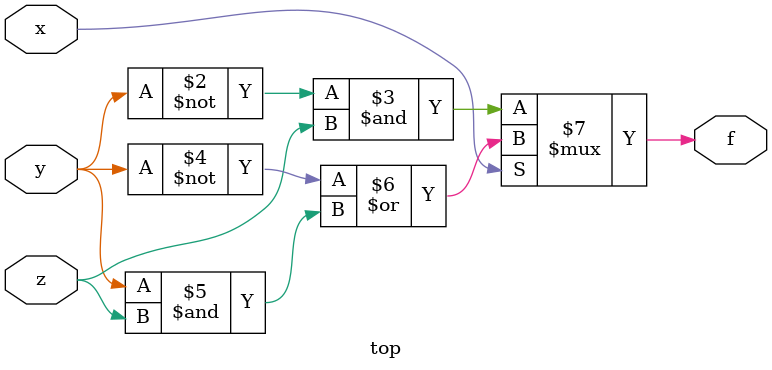
<source format=v>
module top (
    input x, y, z, 
    output f);
    assign f = ~x ? ~y & z : ~y | y&z ;
endmodule
</source>
